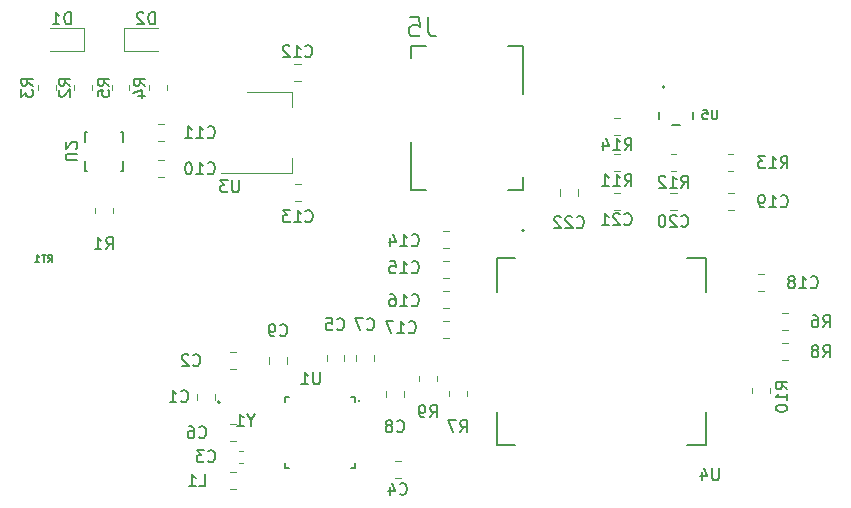
<source format=gbr>
%TF.GenerationSoftware,KiCad,Pcbnew,7.0.1*%
%TF.CreationDate,2023-11-14T16:04:30+01:00*%
%TF.ProjectId,Central_pcb,43656e74-7261-46c5-9f70-63622e6b6963,rev?*%
%TF.SameCoordinates,Original*%
%TF.FileFunction,Legend,Bot*%
%TF.FilePolarity,Positive*%
%FSLAX46Y46*%
G04 Gerber Fmt 4.6, Leading zero omitted, Abs format (unit mm)*
G04 Created by KiCad (PCBNEW 7.0.1) date 2023-11-14 16:04:30*
%MOMM*%
%LPD*%
G01*
G04 APERTURE LIST*
%ADD10C,0.150000*%
%ADD11C,0.120000*%
%ADD12C,0.200000*%
%ADD13C,0.127000*%
%ADD14C,0.152400*%
G04 APERTURE END LIST*
D10*
%TO.C,C19*%
X165488857Y-85203380D02*
X165536476Y-85251000D01*
X165536476Y-85251000D02*
X165679333Y-85298619D01*
X165679333Y-85298619D02*
X165774571Y-85298619D01*
X165774571Y-85298619D02*
X165917428Y-85251000D01*
X165917428Y-85251000D02*
X166012666Y-85155761D01*
X166012666Y-85155761D02*
X166060285Y-85060523D01*
X166060285Y-85060523D02*
X166107904Y-84870047D01*
X166107904Y-84870047D02*
X166107904Y-84727190D01*
X166107904Y-84727190D02*
X166060285Y-84536714D01*
X166060285Y-84536714D02*
X166012666Y-84441476D01*
X166012666Y-84441476D02*
X165917428Y-84346238D01*
X165917428Y-84346238D02*
X165774571Y-84298619D01*
X165774571Y-84298619D02*
X165679333Y-84298619D01*
X165679333Y-84298619D02*
X165536476Y-84346238D01*
X165536476Y-84346238D02*
X165488857Y-84393857D01*
X164536476Y-85298619D02*
X165107904Y-85298619D01*
X164822190Y-85298619D02*
X164822190Y-84298619D01*
X164822190Y-84298619D02*
X164917428Y-84441476D01*
X164917428Y-84441476D02*
X165012666Y-84536714D01*
X165012666Y-84536714D02*
X165107904Y-84584333D01*
X164060285Y-85298619D02*
X163869809Y-85298619D01*
X163869809Y-85298619D02*
X163774571Y-85251000D01*
X163774571Y-85251000D02*
X163726952Y-85203380D01*
X163726952Y-85203380D02*
X163631714Y-85060523D01*
X163631714Y-85060523D02*
X163584095Y-84870047D01*
X163584095Y-84870047D02*
X163584095Y-84489095D01*
X163584095Y-84489095D02*
X163631714Y-84393857D01*
X163631714Y-84393857D02*
X163679333Y-84346238D01*
X163679333Y-84346238D02*
X163774571Y-84298619D01*
X163774571Y-84298619D02*
X163965047Y-84298619D01*
X163965047Y-84298619D02*
X164060285Y-84346238D01*
X164060285Y-84346238D02*
X164107904Y-84393857D01*
X164107904Y-84393857D02*
X164155523Y-84489095D01*
X164155523Y-84489095D02*
X164155523Y-84727190D01*
X164155523Y-84727190D02*
X164107904Y-84822428D01*
X164107904Y-84822428D02*
X164060285Y-84870047D01*
X164060285Y-84870047D02*
X163965047Y-84917666D01*
X163965047Y-84917666D02*
X163774571Y-84917666D01*
X163774571Y-84917666D02*
X163679333Y-84870047D01*
X163679333Y-84870047D02*
X163631714Y-84822428D01*
X163631714Y-84822428D02*
X163584095Y-84727190D01*
%TO.C,R2*%
X105364619Y-75001333D02*
X104888428Y-74668000D01*
X105364619Y-74429905D02*
X104364619Y-74429905D01*
X104364619Y-74429905D02*
X104364619Y-74810857D01*
X104364619Y-74810857D02*
X104412238Y-74906095D01*
X104412238Y-74906095D02*
X104459857Y-74953714D01*
X104459857Y-74953714D02*
X104555095Y-75001333D01*
X104555095Y-75001333D02*
X104697952Y-75001333D01*
X104697952Y-75001333D02*
X104793190Y-74953714D01*
X104793190Y-74953714D02*
X104840809Y-74906095D01*
X104840809Y-74906095D02*
X104888428Y-74810857D01*
X104888428Y-74810857D02*
X104888428Y-74429905D01*
X104459857Y-75382286D02*
X104412238Y-75429905D01*
X104412238Y-75429905D02*
X104364619Y-75525143D01*
X104364619Y-75525143D02*
X104364619Y-75763238D01*
X104364619Y-75763238D02*
X104412238Y-75858476D01*
X104412238Y-75858476D02*
X104459857Y-75906095D01*
X104459857Y-75906095D02*
X104555095Y-75953714D01*
X104555095Y-75953714D02*
X104650333Y-75953714D01*
X104650333Y-75953714D02*
X104793190Y-75906095D01*
X104793190Y-75906095D02*
X105364619Y-75334667D01*
X105364619Y-75334667D02*
X105364619Y-75953714D01*
%TO.C,C14*%
X134246857Y-88505380D02*
X134294476Y-88553000D01*
X134294476Y-88553000D02*
X134437333Y-88600619D01*
X134437333Y-88600619D02*
X134532571Y-88600619D01*
X134532571Y-88600619D02*
X134675428Y-88553000D01*
X134675428Y-88553000D02*
X134770666Y-88457761D01*
X134770666Y-88457761D02*
X134818285Y-88362523D01*
X134818285Y-88362523D02*
X134865904Y-88172047D01*
X134865904Y-88172047D02*
X134865904Y-88029190D01*
X134865904Y-88029190D02*
X134818285Y-87838714D01*
X134818285Y-87838714D02*
X134770666Y-87743476D01*
X134770666Y-87743476D02*
X134675428Y-87648238D01*
X134675428Y-87648238D02*
X134532571Y-87600619D01*
X134532571Y-87600619D02*
X134437333Y-87600619D01*
X134437333Y-87600619D02*
X134294476Y-87648238D01*
X134294476Y-87648238D02*
X134246857Y-87695857D01*
X133294476Y-88600619D02*
X133865904Y-88600619D01*
X133580190Y-88600619D02*
X133580190Y-87600619D01*
X133580190Y-87600619D02*
X133675428Y-87743476D01*
X133675428Y-87743476D02*
X133770666Y-87838714D01*
X133770666Y-87838714D02*
X133865904Y-87886333D01*
X132437333Y-87933952D02*
X132437333Y-88600619D01*
X132675428Y-87553000D02*
X132913523Y-88267285D01*
X132913523Y-88267285D02*
X132294476Y-88267285D01*
%TO.C,L1*%
X116244666Y-108920619D02*
X116720856Y-108920619D01*
X116720856Y-108920619D02*
X116720856Y-107920619D01*
X115387523Y-108920619D02*
X115958951Y-108920619D01*
X115673237Y-108920619D02*
X115673237Y-107920619D01*
X115673237Y-107920619D02*
X115768475Y-108063476D01*
X115768475Y-108063476D02*
X115863713Y-108158714D01*
X115863713Y-108158714D02*
X115958951Y-108206333D01*
%TO.C,C6*%
X116244666Y-104761380D02*
X116292285Y-104809000D01*
X116292285Y-104809000D02*
X116435142Y-104856619D01*
X116435142Y-104856619D02*
X116530380Y-104856619D01*
X116530380Y-104856619D02*
X116673237Y-104809000D01*
X116673237Y-104809000D02*
X116768475Y-104713761D01*
X116768475Y-104713761D02*
X116816094Y-104618523D01*
X116816094Y-104618523D02*
X116863713Y-104428047D01*
X116863713Y-104428047D02*
X116863713Y-104285190D01*
X116863713Y-104285190D02*
X116816094Y-104094714D01*
X116816094Y-104094714D02*
X116768475Y-103999476D01*
X116768475Y-103999476D02*
X116673237Y-103904238D01*
X116673237Y-103904238D02*
X116530380Y-103856619D01*
X116530380Y-103856619D02*
X116435142Y-103856619D01*
X116435142Y-103856619D02*
X116292285Y-103904238D01*
X116292285Y-103904238D02*
X116244666Y-103951857D01*
X115387523Y-103856619D02*
X115577999Y-103856619D01*
X115577999Y-103856619D02*
X115673237Y-103904238D01*
X115673237Y-103904238D02*
X115720856Y-103951857D01*
X115720856Y-103951857D02*
X115816094Y-104094714D01*
X115816094Y-104094714D02*
X115863713Y-104285190D01*
X115863713Y-104285190D02*
X115863713Y-104666142D01*
X115863713Y-104666142D02*
X115816094Y-104761380D01*
X115816094Y-104761380D02*
X115768475Y-104809000D01*
X115768475Y-104809000D02*
X115673237Y-104856619D01*
X115673237Y-104856619D02*
X115482761Y-104856619D01*
X115482761Y-104856619D02*
X115387523Y-104809000D01*
X115387523Y-104809000D02*
X115339904Y-104761380D01*
X115339904Y-104761380D02*
X115292285Y-104666142D01*
X115292285Y-104666142D02*
X115292285Y-104428047D01*
X115292285Y-104428047D02*
X115339904Y-104332809D01*
X115339904Y-104332809D02*
X115387523Y-104285190D01*
X115387523Y-104285190D02*
X115482761Y-104237571D01*
X115482761Y-104237571D02*
X115673237Y-104237571D01*
X115673237Y-104237571D02*
X115768475Y-104285190D01*
X115768475Y-104285190D02*
X115816094Y-104332809D01*
X115816094Y-104332809D02*
X115863713Y-104428047D01*
%TO.C,C9*%
X123102666Y-96125380D02*
X123150285Y-96173000D01*
X123150285Y-96173000D02*
X123293142Y-96220619D01*
X123293142Y-96220619D02*
X123388380Y-96220619D01*
X123388380Y-96220619D02*
X123531237Y-96173000D01*
X123531237Y-96173000D02*
X123626475Y-96077761D01*
X123626475Y-96077761D02*
X123674094Y-95982523D01*
X123674094Y-95982523D02*
X123721713Y-95792047D01*
X123721713Y-95792047D02*
X123721713Y-95649190D01*
X123721713Y-95649190D02*
X123674094Y-95458714D01*
X123674094Y-95458714D02*
X123626475Y-95363476D01*
X123626475Y-95363476D02*
X123531237Y-95268238D01*
X123531237Y-95268238D02*
X123388380Y-95220619D01*
X123388380Y-95220619D02*
X123293142Y-95220619D01*
X123293142Y-95220619D02*
X123150285Y-95268238D01*
X123150285Y-95268238D02*
X123102666Y-95315857D01*
X122626475Y-96220619D02*
X122435999Y-96220619D01*
X122435999Y-96220619D02*
X122340761Y-96173000D01*
X122340761Y-96173000D02*
X122293142Y-96125380D01*
X122293142Y-96125380D02*
X122197904Y-95982523D01*
X122197904Y-95982523D02*
X122150285Y-95792047D01*
X122150285Y-95792047D02*
X122150285Y-95411095D01*
X122150285Y-95411095D02*
X122197904Y-95315857D01*
X122197904Y-95315857D02*
X122245523Y-95268238D01*
X122245523Y-95268238D02*
X122340761Y-95220619D01*
X122340761Y-95220619D02*
X122531237Y-95220619D01*
X122531237Y-95220619D02*
X122626475Y-95268238D01*
X122626475Y-95268238D02*
X122674094Y-95315857D01*
X122674094Y-95315857D02*
X122721713Y-95411095D01*
X122721713Y-95411095D02*
X122721713Y-95649190D01*
X122721713Y-95649190D02*
X122674094Y-95744428D01*
X122674094Y-95744428D02*
X122626475Y-95792047D01*
X122626475Y-95792047D02*
X122531237Y-95839666D01*
X122531237Y-95839666D02*
X122340761Y-95839666D01*
X122340761Y-95839666D02*
X122245523Y-95792047D01*
X122245523Y-95792047D02*
X122197904Y-95744428D01*
X122197904Y-95744428D02*
X122150285Y-95649190D01*
%TO.C,R9*%
X135802666Y-103078619D02*
X136135999Y-102602428D01*
X136374094Y-103078619D02*
X136374094Y-102078619D01*
X136374094Y-102078619D02*
X135993142Y-102078619D01*
X135993142Y-102078619D02*
X135897904Y-102126238D01*
X135897904Y-102126238D02*
X135850285Y-102173857D01*
X135850285Y-102173857D02*
X135802666Y-102269095D01*
X135802666Y-102269095D02*
X135802666Y-102411952D01*
X135802666Y-102411952D02*
X135850285Y-102507190D01*
X135850285Y-102507190D02*
X135897904Y-102554809D01*
X135897904Y-102554809D02*
X135993142Y-102602428D01*
X135993142Y-102602428D02*
X136374094Y-102602428D01*
X135326475Y-103078619D02*
X135135999Y-103078619D01*
X135135999Y-103078619D02*
X135040761Y-103031000D01*
X135040761Y-103031000D02*
X134993142Y-102983380D01*
X134993142Y-102983380D02*
X134897904Y-102840523D01*
X134897904Y-102840523D02*
X134850285Y-102650047D01*
X134850285Y-102650047D02*
X134850285Y-102269095D01*
X134850285Y-102269095D02*
X134897904Y-102173857D01*
X134897904Y-102173857D02*
X134945523Y-102126238D01*
X134945523Y-102126238D02*
X135040761Y-102078619D01*
X135040761Y-102078619D02*
X135231237Y-102078619D01*
X135231237Y-102078619D02*
X135326475Y-102126238D01*
X135326475Y-102126238D02*
X135374094Y-102173857D01*
X135374094Y-102173857D02*
X135421713Y-102269095D01*
X135421713Y-102269095D02*
X135421713Y-102507190D01*
X135421713Y-102507190D02*
X135374094Y-102602428D01*
X135374094Y-102602428D02*
X135326475Y-102650047D01*
X135326475Y-102650047D02*
X135231237Y-102697666D01*
X135231237Y-102697666D02*
X135040761Y-102697666D01*
X135040761Y-102697666D02*
X134945523Y-102650047D01*
X134945523Y-102650047D02*
X134897904Y-102602428D01*
X134897904Y-102602428D02*
X134850285Y-102507190D01*
%TO.C,Y1*%
X120653238Y-103346428D02*
X120653238Y-103822619D01*
X120986571Y-102822619D02*
X120653238Y-103346428D01*
X120653238Y-103346428D02*
X120319905Y-102822619D01*
X119462762Y-103822619D02*
X120034190Y-103822619D01*
X119748476Y-103822619D02*
X119748476Y-102822619D01*
X119748476Y-102822619D02*
X119843714Y-102965476D01*
X119843714Y-102965476D02*
X119938952Y-103060714D01*
X119938952Y-103060714D02*
X120034190Y-103108333D01*
%TO.C,U1*%
X126493020Y-99283831D02*
X126493020Y-100094541D01*
X126493020Y-100094541D02*
X126445332Y-100189919D01*
X126445332Y-100189919D02*
X126397643Y-100237608D01*
X126397643Y-100237608D02*
X126302265Y-100285296D01*
X126302265Y-100285296D02*
X126111510Y-100285296D01*
X126111510Y-100285296D02*
X126016132Y-100237608D01*
X126016132Y-100237608D02*
X125968444Y-100189919D01*
X125968444Y-100189919D02*
X125920755Y-100094541D01*
X125920755Y-100094541D02*
X125920755Y-99283831D01*
X124919290Y-100285296D02*
X125491555Y-100285296D01*
X125205422Y-100285296D02*
X125205422Y-99283831D01*
X125205422Y-99283831D02*
X125300800Y-99426898D01*
X125300800Y-99426898D02*
X125396178Y-99522275D01*
X125396178Y-99522275D02*
X125491555Y-99569964D01*
%TO.C,C2*%
X115736666Y-98665380D02*
X115784285Y-98713000D01*
X115784285Y-98713000D02*
X115927142Y-98760619D01*
X115927142Y-98760619D02*
X116022380Y-98760619D01*
X116022380Y-98760619D02*
X116165237Y-98713000D01*
X116165237Y-98713000D02*
X116260475Y-98617761D01*
X116260475Y-98617761D02*
X116308094Y-98522523D01*
X116308094Y-98522523D02*
X116355713Y-98332047D01*
X116355713Y-98332047D02*
X116355713Y-98189190D01*
X116355713Y-98189190D02*
X116308094Y-97998714D01*
X116308094Y-97998714D02*
X116260475Y-97903476D01*
X116260475Y-97903476D02*
X116165237Y-97808238D01*
X116165237Y-97808238D02*
X116022380Y-97760619D01*
X116022380Y-97760619D02*
X115927142Y-97760619D01*
X115927142Y-97760619D02*
X115784285Y-97808238D01*
X115784285Y-97808238D02*
X115736666Y-97855857D01*
X115355713Y-97855857D02*
X115308094Y-97808238D01*
X115308094Y-97808238D02*
X115212856Y-97760619D01*
X115212856Y-97760619D02*
X114974761Y-97760619D01*
X114974761Y-97760619D02*
X114879523Y-97808238D01*
X114879523Y-97808238D02*
X114831904Y-97855857D01*
X114831904Y-97855857D02*
X114784285Y-97951095D01*
X114784285Y-97951095D02*
X114784285Y-98046333D01*
X114784285Y-98046333D02*
X114831904Y-98189190D01*
X114831904Y-98189190D02*
X115403332Y-98760619D01*
X115403332Y-98760619D02*
X114784285Y-98760619D01*
%TO.C,R5*%
X108666619Y-75017333D02*
X108190428Y-74684000D01*
X108666619Y-74445905D02*
X107666619Y-74445905D01*
X107666619Y-74445905D02*
X107666619Y-74826857D01*
X107666619Y-74826857D02*
X107714238Y-74922095D01*
X107714238Y-74922095D02*
X107761857Y-74969714D01*
X107761857Y-74969714D02*
X107857095Y-75017333D01*
X107857095Y-75017333D02*
X107999952Y-75017333D01*
X107999952Y-75017333D02*
X108095190Y-74969714D01*
X108095190Y-74969714D02*
X108142809Y-74922095D01*
X108142809Y-74922095D02*
X108190428Y-74826857D01*
X108190428Y-74826857D02*
X108190428Y-74445905D01*
X107666619Y-75922095D02*
X107666619Y-75445905D01*
X107666619Y-75445905D02*
X108142809Y-75398286D01*
X108142809Y-75398286D02*
X108095190Y-75445905D01*
X108095190Y-75445905D02*
X108047571Y-75541143D01*
X108047571Y-75541143D02*
X108047571Y-75779238D01*
X108047571Y-75779238D02*
X108095190Y-75874476D01*
X108095190Y-75874476D02*
X108142809Y-75922095D01*
X108142809Y-75922095D02*
X108238047Y-75969714D01*
X108238047Y-75969714D02*
X108476142Y-75969714D01*
X108476142Y-75969714D02*
X108571380Y-75922095D01*
X108571380Y-75922095D02*
X108619000Y-75874476D01*
X108619000Y-75874476D02*
X108666619Y-75779238D01*
X108666619Y-75779238D02*
X108666619Y-75541143D01*
X108666619Y-75541143D02*
X108619000Y-75445905D01*
X108619000Y-75445905D02*
X108571380Y-75398286D01*
%TO.C,C10*%
X116974857Y-82409380D02*
X117022476Y-82457000D01*
X117022476Y-82457000D02*
X117165333Y-82504619D01*
X117165333Y-82504619D02*
X117260571Y-82504619D01*
X117260571Y-82504619D02*
X117403428Y-82457000D01*
X117403428Y-82457000D02*
X117498666Y-82361761D01*
X117498666Y-82361761D02*
X117546285Y-82266523D01*
X117546285Y-82266523D02*
X117593904Y-82076047D01*
X117593904Y-82076047D02*
X117593904Y-81933190D01*
X117593904Y-81933190D02*
X117546285Y-81742714D01*
X117546285Y-81742714D02*
X117498666Y-81647476D01*
X117498666Y-81647476D02*
X117403428Y-81552238D01*
X117403428Y-81552238D02*
X117260571Y-81504619D01*
X117260571Y-81504619D02*
X117165333Y-81504619D01*
X117165333Y-81504619D02*
X117022476Y-81552238D01*
X117022476Y-81552238D02*
X116974857Y-81599857D01*
X116022476Y-82504619D02*
X116593904Y-82504619D01*
X116308190Y-82504619D02*
X116308190Y-81504619D01*
X116308190Y-81504619D02*
X116403428Y-81647476D01*
X116403428Y-81647476D02*
X116498666Y-81742714D01*
X116498666Y-81742714D02*
X116593904Y-81790333D01*
X115403428Y-81504619D02*
X115308190Y-81504619D01*
X115308190Y-81504619D02*
X115212952Y-81552238D01*
X115212952Y-81552238D02*
X115165333Y-81599857D01*
X115165333Y-81599857D02*
X115117714Y-81695095D01*
X115117714Y-81695095D02*
X115070095Y-81885571D01*
X115070095Y-81885571D02*
X115070095Y-82123666D01*
X115070095Y-82123666D02*
X115117714Y-82314142D01*
X115117714Y-82314142D02*
X115165333Y-82409380D01*
X115165333Y-82409380D02*
X115212952Y-82457000D01*
X115212952Y-82457000D02*
X115308190Y-82504619D01*
X115308190Y-82504619D02*
X115403428Y-82504619D01*
X115403428Y-82504619D02*
X115498666Y-82457000D01*
X115498666Y-82457000D02*
X115546285Y-82409380D01*
X115546285Y-82409380D02*
X115593904Y-82314142D01*
X115593904Y-82314142D02*
X115641523Y-82123666D01*
X115641523Y-82123666D02*
X115641523Y-81885571D01*
X115641523Y-81885571D02*
X115593904Y-81695095D01*
X115593904Y-81695095D02*
X115546285Y-81599857D01*
X115546285Y-81599857D02*
X115498666Y-81552238D01*
X115498666Y-81552238D02*
X115403428Y-81504619D01*
%TO.C,C4*%
X133241166Y-109575380D02*
X133288785Y-109623000D01*
X133288785Y-109623000D02*
X133431642Y-109670619D01*
X133431642Y-109670619D02*
X133526880Y-109670619D01*
X133526880Y-109670619D02*
X133669737Y-109623000D01*
X133669737Y-109623000D02*
X133764975Y-109527761D01*
X133764975Y-109527761D02*
X133812594Y-109432523D01*
X133812594Y-109432523D02*
X133860213Y-109242047D01*
X133860213Y-109242047D02*
X133860213Y-109099190D01*
X133860213Y-109099190D02*
X133812594Y-108908714D01*
X133812594Y-108908714D02*
X133764975Y-108813476D01*
X133764975Y-108813476D02*
X133669737Y-108718238D01*
X133669737Y-108718238D02*
X133526880Y-108670619D01*
X133526880Y-108670619D02*
X133431642Y-108670619D01*
X133431642Y-108670619D02*
X133288785Y-108718238D01*
X133288785Y-108718238D02*
X133241166Y-108765857D01*
X132384023Y-109003952D02*
X132384023Y-109670619D01*
X132622118Y-108623000D02*
X132860213Y-109337285D01*
X132860213Y-109337285D02*
X132241166Y-109337285D01*
%TO.C,C21*%
X152259357Y-86727380D02*
X152306976Y-86775000D01*
X152306976Y-86775000D02*
X152449833Y-86822619D01*
X152449833Y-86822619D02*
X152545071Y-86822619D01*
X152545071Y-86822619D02*
X152687928Y-86775000D01*
X152687928Y-86775000D02*
X152783166Y-86679761D01*
X152783166Y-86679761D02*
X152830785Y-86584523D01*
X152830785Y-86584523D02*
X152878404Y-86394047D01*
X152878404Y-86394047D02*
X152878404Y-86251190D01*
X152878404Y-86251190D02*
X152830785Y-86060714D01*
X152830785Y-86060714D02*
X152783166Y-85965476D01*
X152783166Y-85965476D02*
X152687928Y-85870238D01*
X152687928Y-85870238D02*
X152545071Y-85822619D01*
X152545071Y-85822619D02*
X152449833Y-85822619D01*
X152449833Y-85822619D02*
X152306976Y-85870238D01*
X152306976Y-85870238D02*
X152259357Y-85917857D01*
X151878404Y-85917857D02*
X151830785Y-85870238D01*
X151830785Y-85870238D02*
X151735547Y-85822619D01*
X151735547Y-85822619D02*
X151497452Y-85822619D01*
X151497452Y-85822619D02*
X151402214Y-85870238D01*
X151402214Y-85870238D02*
X151354595Y-85917857D01*
X151354595Y-85917857D02*
X151306976Y-86013095D01*
X151306976Y-86013095D02*
X151306976Y-86108333D01*
X151306976Y-86108333D02*
X151354595Y-86251190D01*
X151354595Y-86251190D02*
X151926023Y-86822619D01*
X151926023Y-86822619D02*
X151306976Y-86822619D01*
X150354595Y-86822619D02*
X150926023Y-86822619D01*
X150640309Y-86822619D02*
X150640309Y-85822619D01*
X150640309Y-85822619D02*
X150735547Y-85965476D01*
X150735547Y-85965476D02*
X150830785Y-86060714D01*
X150830785Y-86060714D02*
X150926023Y-86108333D01*
%TO.C,U5*%
X160121523Y-77046095D02*
X160121523Y-77693714D01*
X160121523Y-77693714D02*
X160083428Y-77769904D01*
X160083428Y-77769904D02*
X160045333Y-77808000D01*
X160045333Y-77808000D02*
X159969142Y-77846095D01*
X159969142Y-77846095D02*
X159816761Y-77846095D01*
X159816761Y-77846095D02*
X159740571Y-77808000D01*
X159740571Y-77808000D02*
X159702476Y-77769904D01*
X159702476Y-77769904D02*
X159664380Y-77693714D01*
X159664380Y-77693714D02*
X159664380Y-77046095D01*
X158902476Y-77046095D02*
X159283428Y-77046095D01*
X159283428Y-77046095D02*
X159321524Y-77427047D01*
X159321524Y-77427047D02*
X159283428Y-77388952D01*
X159283428Y-77388952D02*
X159207238Y-77350857D01*
X159207238Y-77350857D02*
X159016762Y-77350857D01*
X159016762Y-77350857D02*
X158940571Y-77388952D01*
X158940571Y-77388952D02*
X158902476Y-77427047D01*
X158902476Y-77427047D02*
X158864381Y-77503238D01*
X158864381Y-77503238D02*
X158864381Y-77693714D01*
X158864381Y-77693714D02*
X158902476Y-77769904D01*
X158902476Y-77769904D02*
X158940571Y-77808000D01*
X158940571Y-77808000D02*
X159016762Y-77846095D01*
X159016762Y-77846095D02*
X159207238Y-77846095D01*
X159207238Y-77846095D02*
X159283428Y-77808000D01*
X159283428Y-77808000D02*
X159321524Y-77769904D01*
%TO.C,R4*%
X111714619Y-75017333D02*
X111238428Y-74684000D01*
X111714619Y-74445905D02*
X110714619Y-74445905D01*
X110714619Y-74445905D02*
X110714619Y-74826857D01*
X110714619Y-74826857D02*
X110762238Y-74922095D01*
X110762238Y-74922095D02*
X110809857Y-74969714D01*
X110809857Y-74969714D02*
X110905095Y-75017333D01*
X110905095Y-75017333D02*
X111047952Y-75017333D01*
X111047952Y-75017333D02*
X111143190Y-74969714D01*
X111143190Y-74969714D02*
X111190809Y-74922095D01*
X111190809Y-74922095D02*
X111238428Y-74826857D01*
X111238428Y-74826857D02*
X111238428Y-74445905D01*
X111047952Y-75874476D02*
X111714619Y-75874476D01*
X110667000Y-75636381D02*
X111381285Y-75398286D01*
X111381285Y-75398286D02*
X111381285Y-76017333D01*
%TO.C,J5*%
X135662309Y-69242616D02*
X135662309Y-70387566D01*
X135662309Y-70387566D02*
X135738639Y-70616556D01*
X135738639Y-70616556D02*
X135891299Y-70769216D01*
X135891299Y-70769216D02*
X136120289Y-70845545D01*
X136120289Y-70845545D02*
X136272949Y-70845545D01*
X134135710Y-69242616D02*
X134899010Y-69242616D01*
X134899010Y-69242616D02*
X134975340Y-70005916D01*
X134975340Y-70005916D02*
X134899010Y-69929586D01*
X134899010Y-69929586D02*
X134746350Y-69853256D01*
X134746350Y-69853256D02*
X134364700Y-69853256D01*
X134364700Y-69853256D02*
X134212040Y-69929586D01*
X134212040Y-69929586D02*
X134135710Y-70005916D01*
X134135710Y-70005916D02*
X134059380Y-70158576D01*
X134059380Y-70158576D02*
X134059380Y-70540226D01*
X134059380Y-70540226D02*
X134135710Y-70692886D01*
X134135710Y-70692886D02*
X134212040Y-70769216D01*
X134212040Y-70769216D02*
X134364700Y-70845545D01*
X134364700Y-70845545D02*
X134746350Y-70845545D01*
X134746350Y-70845545D02*
X134899010Y-70769216D01*
X134899010Y-70769216D02*
X134975340Y-70692886D01*
%TO.C,C12*%
X125233357Y-72503380D02*
X125280976Y-72551000D01*
X125280976Y-72551000D02*
X125423833Y-72598619D01*
X125423833Y-72598619D02*
X125519071Y-72598619D01*
X125519071Y-72598619D02*
X125661928Y-72551000D01*
X125661928Y-72551000D02*
X125757166Y-72455761D01*
X125757166Y-72455761D02*
X125804785Y-72360523D01*
X125804785Y-72360523D02*
X125852404Y-72170047D01*
X125852404Y-72170047D02*
X125852404Y-72027190D01*
X125852404Y-72027190D02*
X125804785Y-71836714D01*
X125804785Y-71836714D02*
X125757166Y-71741476D01*
X125757166Y-71741476D02*
X125661928Y-71646238D01*
X125661928Y-71646238D02*
X125519071Y-71598619D01*
X125519071Y-71598619D02*
X125423833Y-71598619D01*
X125423833Y-71598619D02*
X125280976Y-71646238D01*
X125280976Y-71646238D02*
X125233357Y-71693857D01*
X124280976Y-72598619D02*
X124852404Y-72598619D01*
X124566690Y-72598619D02*
X124566690Y-71598619D01*
X124566690Y-71598619D02*
X124661928Y-71741476D01*
X124661928Y-71741476D02*
X124757166Y-71836714D01*
X124757166Y-71836714D02*
X124852404Y-71884333D01*
X123900023Y-71693857D02*
X123852404Y-71646238D01*
X123852404Y-71646238D02*
X123757166Y-71598619D01*
X123757166Y-71598619D02*
X123519071Y-71598619D01*
X123519071Y-71598619D02*
X123423833Y-71646238D01*
X123423833Y-71646238D02*
X123376214Y-71693857D01*
X123376214Y-71693857D02*
X123328595Y-71789095D01*
X123328595Y-71789095D02*
X123328595Y-71884333D01*
X123328595Y-71884333D02*
X123376214Y-72027190D01*
X123376214Y-72027190D02*
X123947642Y-72598619D01*
X123947642Y-72598619D02*
X123328595Y-72598619D01*
%TO.C,C16*%
X134246857Y-93585380D02*
X134294476Y-93633000D01*
X134294476Y-93633000D02*
X134437333Y-93680619D01*
X134437333Y-93680619D02*
X134532571Y-93680619D01*
X134532571Y-93680619D02*
X134675428Y-93633000D01*
X134675428Y-93633000D02*
X134770666Y-93537761D01*
X134770666Y-93537761D02*
X134818285Y-93442523D01*
X134818285Y-93442523D02*
X134865904Y-93252047D01*
X134865904Y-93252047D02*
X134865904Y-93109190D01*
X134865904Y-93109190D02*
X134818285Y-92918714D01*
X134818285Y-92918714D02*
X134770666Y-92823476D01*
X134770666Y-92823476D02*
X134675428Y-92728238D01*
X134675428Y-92728238D02*
X134532571Y-92680619D01*
X134532571Y-92680619D02*
X134437333Y-92680619D01*
X134437333Y-92680619D02*
X134294476Y-92728238D01*
X134294476Y-92728238D02*
X134246857Y-92775857D01*
X133294476Y-93680619D02*
X133865904Y-93680619D01*
X133580190Y-93680619D02*
X133580190Y-92680619D01*
X133580190Y-92680619D02*
X133675428Y-92823476D01*
X133675428Y-92823476D02*
X133770666Y-92918714D01*
X133770666Y-92918714D02*
X133865904Y-92966333D01*
X132437333Y-92680619D02*
X132627809Y-92680619D01*
X132627809Y-92680619D02*
X132723047Y-92728238D01*
X132723047Y-92728238D02*
X132770666Y-92775857D01*
X132770666Y-92775857D02*
X132865904Y-92918714D01*
X132865904Y-92918714D02*
X132913523Y-93109190D01*
X132913523Y-93109190D02*
X132913523Y-93490142D01*
X132913523Y-93490142D02*
X132865904Y-93585380D01*
X132865904Y-93585380D02*
X132818285Y-93633000D01*
X132818285Y-93633000D02*
X132723047Y-93680619D01*
X132723047Y-93680619D02*
X132532571Y-93680619D01*
X132532571Y-93680619D02*
X132437333Y-93633000D01*
X132437333Y-93633000D02*
X132389714Y-93585380D01*
X132389714Y-93585380D02*
X132342095Y-93490142D01*
X132342095Y-93490142D02*
X132342095Y-93252047D01*
X132342095Y-93252047D02*
X132389714Y-93156809D01*
X132389714Y-93156809D02*
X132437333Y-93109190D01*
X132437333Y-93109190D02*
X132532571Y-93061571D01*
X132532571Y-93061571D02*
X132723047Y-93061571D01*
X132723047Y-93061571D02*
X132818285Y-93109190D01*
X132818285Y-93109190D02*
X132865904Y-93156809D01*
X132865904Y-93156809D02*
X132913523Y-93252047D01*
%TO.C,C8*%
X133008666Y-104253380D02*
X133056285Y-104301000D01*
X133056285Y-104301000D02*
X133199142Y-104348619D01*
X133199142Y-104348619D02*
X133294380Y-104348619D01*
X133294380Y-104348619D02*
X133437237Y-104301000D01*
X133437237Y-104301000D02*
X133532475Y-104205761D01*
X133532475Y-104205761D02*
X133580094Y-104110523D01*
X133580094Y-104110523D02*
X133627713Y-103920047D01*
X133627713Y-103920047D02*
X133627713Y-103777190D01*
X133627713Y-103777190D02*
X133580094Y-103586714D01*
X133580094Y-103586714D02*
X133532475Y-103491476D01*
X133532475Y-103491476D02*
X133437237Y-103396238D01*
X133437237Y-103396238D02*
X133294380Y-103348619D01*
X133294380Y-103348619D02*
X133199142Y-103348619D01*
X133199142Y-103348619D02*
X133056285Y-103396238D01*
X133056285Y-103396238D02*
X133008666Y-103443857D01*
X132437237Y-103777190D02*
X132532475Y-103729571D01*
X132532475Y-103729571D02*
X132580094Y-103681952D01*
X132580094Y-103681952D02*
X132627713Y-103586714D01*
X132627713Y-103586714D02*
X132627713Y-103539095D01*
X132627713Y-103539095D02*
X132580094Y-103443857D01*
X132580094Y-103443857D02*
X132532475Y-103396238D01*
X132532475Y-103396238D02*
X132437237Y-103348619D01*
X132437237Y-103348619D02*
X132246761Y-103348619D01*
X132246761Y-103348619D02*
X132151523Y-103396238D01*
X132151523Y-103396238D02*
X132103904Y-103443857D01*
X132103904Y-103443857D02*
X132056285Y-103539095D01*
X132056285Y-103539095D02*
X132056285Y-103586714D01*
X132056285Y-103586714D02*
X132103904Y-103681952D01*
X132103904Y-103681952D02*
X132151523Y-103729571D01*
X132151523Y-103729571D02*
X132246761Y-103777190D01*
X132246761Y-103777190D02*
X132437237Y-103777190D01*
X132437237Y-103777190D02*
X132532475Y-103824809D01*
X132532475Y-103824809D02*
X132580094Y-103872428D01*
X132580094Y-103872428D02*
X132627713Y-103967666D01*
X132627713Y-103967666D02*
X132627713Y-104158142D01*
X132627713Y-104158142D02*
X132580094Y-104253380D01*
X132580094Y-104253380D02*
X132532475Y-104301000D01*
X132532475Y-104301000D02*
X132437237Y-104348619D01*
X132437237Y-104348619D02*
X132246761Y-104348619D01*
X132246761Y-104348619D02*
X132151523Y-104301000D01*
X132151523Y-104301000D02*
X132103904Y-104253380D01*
X132103904Y-104253380D02*
X132056285Y-104158142D01*
X132056285Y-104158142D02*
X132056285Y-103967666D01*
X132056285Y-103967666D02*
X132103904Y-103872428D01*
X132103904Y-103872428D02*
X132151523Y-103824809D01*
X132151523Y-103824809D02*
X132246761Y-103777190D01*
%TO.C,C11*%
X116974857Y-79361380D02*
X117022476Y-79409000D01*
X117022476Y-79409000D02*
X117165333Y-79456619D01*
X117165333Y-79456619D02*
X117260571Y-79456619D01*
X117260571Y-79456619D02*
X117403428Y-79409000D01*
X117403428Y-79409000D02*
X117498666Y-79313761D01*
X117498666Y-79313761D02*
X117546285Y-79218523D01*
X117546285Y-79218523D02*
X117593904Y-79028047D01*
X117593904Y-79028047D02*
X117593904Y-78885190D01*
X117593904Y-78885190D02*
X117546285Y-78694714D01*
X117546285Y-78694714D02*
X117498666Y-78599476D01*
X117498666Y-78599476D02*
X117403428Y-78504238D01*
X117403428Y-78504238D02*
X117260571Y-78456619D01*
X117260571Y-78456619D02*
X117165333Y-78456619D01*
X117165333Y-78456619D02*
X117022476Y-78504238D01*
X117022476Y-78504238D02*
X116974857Y-78551857D01*
X116022476Y-79456619D02*
X116593904Y-79456619D01*
X116308190Y-79456619D02*
X116308190Y-78456619D01*
X116308190Y-78456619D02*
X116403428Y-78599476D01*
X116403428Y-78599476D02*
X116498666Y-78694714D01*
X116498666Y-78694714D02*
X116593904Y-78742333D01*
X115070095Y-79456619D02*
X115641523Y-79456619D01*
X115355809Y-79456619D02*
X115355809Y-78456619D01*
X115355809Y-78456619D02*
X115451047Y-78599476D01*
X115451047Y-78599476D02*
X115546285Y-78694714D01*
X115546285Y-78694714D02*
X115641523Y-78742333D01*
%TO.C,C1*%
X114720666Y-101713380D02*
X114768285Y-101761000D01*
X114768285Y-101761000D02*
X114911142Y-101808619D01*
X114911142Y-101808619D02*
X115006380Y-101808619D01*
X115006380Y-101808619D02*
X115149237Y-101761000D01*
X115149237Y-101761000D02*
X115244475Y-101665761D01*
X115244475Y-101665761D02*
X115292094Y-101570523D01*
X115292094Y-101570523D02*
X115339713Y-101380047D01*
X115339713Y-101380047D02*
X115339713Y-101237190D01*
X115339713Y-101237190D02*
X115292094Y-101046714D01*
X115292094Y-101046714D02*
X115244475Y-100951476D01*
X115244475Y-100951476D02*
X115149237Y-100856238D01*
X115149237Y-100856238D02*
X115006380Y-100808619D01*
X115006380Y-100808619D02*
X114911142Y-100808619D01*
X114911142Y-100808619D02*
X114768285Y-100856238D01*
X114768285Y-100856238D02*
X114720666Y-100903857D01*
X113768285Y-101808619D02*
X114339713Y-101808619D01*
X114053999Y-101808619D02*
X114053999Y-100808619D01*
X114053999Y-100808619D02*
X114149237Y-100951476D01*
X114149237Y-100951476D02*
X114244475Y-101046714D01*
X114244475Y-101046714D02*
X114339713Y-101094333D01*
%TO.C,R1*%
X108370666Y-88854619D02*
X108703999Y-88378428D01*
X108942094Y-88854619D02*
X108942094Y-87854619D01*
X108942094Y-87854619D02*
X108561142Y-87854619D01*
X108561142Y-87854619D02*
X108465904Y-87902238D01*
X108465904Y-87902238D02*
X108418285Y-87949857D01*
X108418285Y-87949857D02*
X108370666Y-88045095D01*
X108370666Y-88045095D02*
X108370666Y-88187952D01*
X108370666Y-88187952D02*
X108418285Y-88283190D01*
X108418285Y-88283190D02*
X108465904Y-88330809D01*
X108465904Y-88330809D02*
X108561142Y-88378428D01*
X108561142Y-88378428D02*
X108942094Y-88378428D01*
X107418285Y-88854619D02*
X107989713Y-88854619D01*
X107703999Y-88854619D02*
X107703999Y-87854619D01*
X107703999Y-87854619D02*
X107799237Y-87997476D01*
X107799237Y-87997476D02*
X107894475Y-88092714D01*
X107894475Y-88092714D02*
X107989713Y-88140333D01*
%TO.C,R6*%
X169076666Y-95458619D02*
X169409999Y-94982428D01*
X169648094Y-95458619D02*
X169648094Y-94458619D01*
X169648094Y-94458619D02*
X169267142Y-94458619D01*
X169267142Y-94458619D02*
X169171904Y-94506238D01*
X169171904Y-94506238D02*
X169124285Y-94553857D01*
X169124285Y-94553857D02*
X169076666Y-94649095D01*
X169076666Y-94649095D02*
X169076666Y-94791952D01*
X169076666Y-94791952D02*
X169124285Y-94887190D01*
X169124285Y-94887190D02*
X169171904Y-94934809D01*
X169171904Y-94934809D02*
X169267142Y-94982428D01*
X169267142Y-94982428D02*
X169648094Y-94982428D01*
X168219523Y-94458619D02*
X168409999Y-94458619D01*
X168409999Y-94458619D02*
X168505237Y-94506238D01*
X168505237Y-94506238D02*
X168552856Y-94553857D01*
X168552856Y-94553857D02*
X168648094Y-94696714D01*
X168648094Y-94696714D02*
X168695713Y-94887190D01*
X168695713Y-94887190D02*
X168695713Y-95268142D01*
X168695713Y-95268142D02*
X168648094Y-95363380D01*
X168648094Y-95363380D02*
X168600475Y-95411000D01*
X168600475Y-95411000D02*
X168505237Y-95458619D01*
X168505237Y-95458619D02*
X168314761Y-95458619D01*
X168314761Y-95458619D02*
X168219523Y-95411000D01*
X168219523Y-95411000D02*
X168171904Y-95363380D01*
X168171904Y-95363380D02*
X168124285Y-95268142D01*
X168124285Y-95268142D02*
X168124285Y-95030047D01*
X168124285Y-95030047D02*
X168171904Y-94934809D01*
X168171904Y-94934809D02*
X168219523Y-94887190D01*
X168219523Y-94887190D02*
X168314761Y-94839571D01*
X168314761Y-94839571D02*
X168505237Y-94839571D01*
X168505237Y-94839571D02*
X168600475Y-94887190D01*
X168600475Y-94887190D02*
X168648094Y-94934809D01*
X168648094Y-94934809D02*
X168695713Y-95030047D01*
%TO.C,R13*%
X165488857Y-81996619D02*
X165822190Y-81520428D01*
X166060285Y-81996619D02*
X166060285Y-80996619D01*
X166060285Y-80996619D02*
X165679333Y-80996619D01*
X165679333Y-80996619D02*
X165584095Y-81044238D01*
X165584095Y-81044238D02*
X165536476Y-81091857D01*
X165536476Y-81091857D02*
X165488857Y-81187095D01*
X165488857Y-81187095D02*
X165488857Y-81329952D01*
X165488857Y-81329952D02*
X165536476Y-81425190D01*
X165536476Y-81425190D02*
X165584095Y-81472809D01*
X165584095Y-81472809D02*
X165679333Y-81520428D01*
X165679333Y-81520428D02*
X166060285Y-81520428D01*
X164536476Y-81996619D02*
X165107904Y-81996619D01*
X164822190Y-81996619D02*
X164822190Y-80996619D01*
X164822190Y-80996619D02*
X164917428Y-81139476D01*
X164917428Y-81139476D02*
X165012666Y-81234714D01*
X165012666Y-81234714D02*
X165107904Y-81282333D01*
X164203142Y-80996619D02*
X163584095Y-80996619D01*
X163584095Y-80996619D02*
X163917428Y-81377571D01*
X163917428Y-81377571D02*
X163774571Y-81377571D01*
X163774571Y-81377571D02*
X163679333Y-81425190D01*
X163679333Y-81425190D02*
X163631714Y-81472809D01*
X163631714Y-81472809D02*
X163584095Y-81568047D01*
X163584095Y-81568047D02*
X163584095Y-81806142D01*
X163584095Y-81806142D02*
X163631714Y-81901380D01*
X163631714Y-81901380D02*
X163679333Y-81949000D01*
X163679333Y-81949000D02*
X163774571Y-81996619D01*
X163774571Y-81996619D02*
X164060285Y-81996619D01*
X164060285Y-81996619D02*
X164155523Y-81949000D01*
X164155523Y-81949000D02*
X164203142Y-81901380D01*
%TO.C,R8*%
X169076666Y-97998619D02*
X169409999Y-97522428D01*
X169648094Y-97998619D02*
X169648094Y-96998619D01*
X169648094Y-96998619D02*
X169267142Y-96998619D01*
X169267142Y-96998619D02*
X169171904Y-97046238D01*
X169171904Y-97046238D02*
X169124285Y-97093857D01*
X169124285Y-97093857D02*
X169076666Y-97189095D01*
X169076666Y-97189095D02*
X169076666Y-97331952D01*
X169076666Y-97331952D02*
X169124285Y-97427190D01*
X169124285Y-97427190D02*
X169171904Y-97474809D01*
X169171904Y-97474809D02*
X169267142Y-97522428D01*
X169267142Y-97522428D02*
X169648094Y-97522428D01*
X168505237Y-97427190D02*
X168600475Y-97379571D01*
X168600475Y-97379571D02*
X168648094Y-97331952D01*
X168648094Y-97331952D02*
X168695713Y-97236714D01*
X168695713Y-97236714D02*
X168695713Y-97189095D01*
X168695713Y-97189095D02*
X168648094Y-97093857D01*
X168648094Y-97093857D02*
X168600475Y-97046238D01*
X168600475Y-97046238D02*
X168505237Y-96998619D01*
X168505237Y-96998619D02*
X168314761Y-96998619D01*
X168314761Y-96998619D02*
X168219523Y-97046238D01*
X168219523Y-97046238D02*
X168171904Y-97093857D01*
X168171904Y-97093857D02*
X168124285Y-97189095D01*
X168124285Y-97189095D02*
X168124285Y-97236714D01*
X168124285Y-97236714D02*
X168171904Y-97331952D01*
X168171904Y-97331952D02*
X168219523Y-97379571D01*
X168219523Y-97379571D02*
X168314761Y-97427190D01*
X168314761Y-97427190D02*
X168505237Y-97427190D01*
X168505237Y-97427190D02*
X168600475Y-97474809D01*
X168600475Y-97474809D02*
X168648094Y-97522428D01*
X168648094Y-97522428D02*
X168695713Y-97617666D01*
X168695713Y-97617666D02*
X168695713Y-97808142D01*
X168695713Y-97808142D02*
X168648094Y-97903380D01*
X168648094Y-97903380D02*
X168600475Y-97951000D01*
X168600475Y-97951000D02*
X168505237Y-97998619D01*
X168505237Y-97998619D02*
X168314761Y-97998619D01*
X168314761Y-97998619D02*
X168219523Y-97951000D01*
X168219523Y-97951000D02*
X168171904Y-97903380D01*
X168171904Y-97903380D02*
X168124285Y-97808142D01*
X168124285Y-97808142D02*
X168124285Y-97617666D01*
X168124285Y-97617666D02*
X168171904Y-97522428D01*
X168171904Y-97522428D02*
X168219523Y-97474809D01*
X168219523Y-97474809D02*
X168314761Y-97427190D01*
%TO.C,R12*%
X157069657Y-83646619D02*
X157402990Y-83170428D01*
X157641085Y-83646619D02*
X157641085Y-82646619D01*
X157641085Y-82646619D02*
X157260133Y-82646619D01*
X157260133Y-82646619D02*
X157164895Y-82694238D01*
X157164895Y-82694238D02*
X157117276Y-82741857D01*
X157117276Y-82741857D02*
X157069657Y-82837095D01*
X157069657Y-82837095D02*
X157069657Y-82979952D01*
X157069657Y-82979952D02*
X157117276Y-83075190D01*
X157117276Y-83075190D02*
X157164895Y-83122809D01*
X157164895Y-83122809D02*
X157260133Y-83170428D01*
X157260133Y-83170428D02*
X157641085Y-83170428D01*
X156117276Y-83646619D02*
X156688704Y-83646619D01*
X156402990Y-83646619D02*
X156402990Y-82646619D01*
X156402990Y-82646619D02*
X156498228Y-82789476D01*
X156498228Y-82789476D02*
X156593466Y-82884714D01*
X156593466Y-82884714D02*
X156688704Y-82932333D01*
X155736323Y-82741857D02*
X155688704Y-82694238D01*
X155688704Y-82694238D02*
X155593466Y-82646619D01*
X155593466Y-82646619D02*
X155355371Y-82646619D01*
X155355371Y-82646619D02*
X155260133Y-82694238D01*
X155260133Y-82694238D02*
X155212514Y-82741857D01*
X155212514Y-82741857D02*
X155164895Y-82837095D01*
X155164895Y-82837095D02*
X155164895Y-82932333D01*
X155164895Y-82932333D02*
X155212514Y-83075190D01*
X155212514Y-83075190D02*
X155783942Y-83646619D01*
X155783942Y-83646619D02*
X155164895Y-83646619D01*
%TO.C,D2*%
X112498094Y-69804619D02*
X112498094Y-68804619D01*
X112498094Y-68804619D02*
X112259999Y-68804619D01*
X112259999Y-68804619D02*
X112117142Y-68852238D01*
X112117142Y-68852238D02*
X112021904Y-68947476D01*
X112021904Y-68947476D02*
X111974285Y-69042714D01*
X111974285Y-69042714D02*
X111926666Y-69233190D01*
X111926666Y-69233190D02*
X111926666Y-69376047D01*
X111926666Y-69376047D02*
X111974285Y-69566523D01*
X111974285Y-69566523D02*
X112021904Y-69661761D01*
X112021904Y-69661761D02*
X112117142Y-69757000D01*
X112117142Y-69757000D02*
X112259999Y-69804619D01*
X112259999Y-69804619D02*
X112498094Y-69804619D01*
X111545713Y-68899857D02*
X111498094Y-68852238D01*
X111498094Y-68852238D02*
X111402856Y-68804619D01*
X111402856Y-68804619D02*
X111164761Y-68804619D01*
X111164761Y-68804619D02*
X111069523Y-68852238D01*
X111069523Y-68852238D02*
X111021904Y-68899857D01*
X111021904Y-68899857D02*
X110974285Y-68995095D01*
X110974285Y-68995095D02*
X110974285Y-69090333D01*
X110974285Y-69090333D02*
X111021904Y-69233190D01*
X111021904Y-69233190D02*
X111593332Y-69804619D01*
X111593332Y-69804619D02*
X110974285Y-69804619D01*
%TO.C,U4*%
X160273904Y-107412619D02*
X160273904Y-108222142D01*
X160273904Y-108222142D02*
X160226285Y-108317380D01*
X160226285Y-108317380D02*
X160178666Y-108365000D01*
X160178666Y-108365000D02*
X160083428Y-108412619D01*
X160083428Y-108412619D02*
X159892952Y-108412619D01*
X159892952Y-108412619D02*
X159797714Y-108365000D01*
X159797714Y-108365000D02*
X159750095Y-108317380D01*
X159750095Y-108317380D02*
X159702476Y-108222142D01*
X159702476Y-108222142D02*
X159702476Y-107412619D01*
X158797714Y-107745952D02*
X158797714Y-108412619D01*
X159035809Y-107365000D02*
X159273904Y-108079285D01*
X159273904Y-108079285D02*
X158654857Y-108079285D01*
%TO.C,C18*%
X168028857Y-92061380D02*
X168076476Y-92109000D01*
X168076476Y-92109000D02*
X168219333Y-92156619D01*
X168219333Y-92156619D02*
X168314571Y-92156619D01*
X168314571Y-92156619D02*
X168457428Y-92109000D01*
X168457428Y-92109000D02*
X168552666Y-92013761D01*
X168552666Y-92013761D02*
X168600285Y-91918523D01*
X168600285Y-91918523D02*
X168647904Y-91728047D01*
X168647904Y-91728047D02*
X168647904Y-91585190D01*
X168647904Y-91585190D02*
X168600285Y-91394714D01*
X168600285Y-91394714D02*
X168552666Y-91299476D01*
X168552666Y-91299476D02*
X168457428Y-91204238D01*
X168457428Y-91204238D02*
X168314571Y-91156619D01*
X168314571Y-91156619D02*
X168219333Y-91156619D01*
X168219333Y-91156619D02*
X168076476Y-91204238D01*
X168076476Y-91204238D02*
X168028857Y-91251857D01*
X167076476Y-92156619D02*
X167647904Y-92156619D01*
X167362190Y-92156619D02*
X167362190Y-91156619D01*
X167362190Y-91156619D02*
X167457428Y-91299476D01*
X167457428Y-91299476D02*
X167552666Y-91394714D01*
X167552666Y-91394714D02*
X167647904Y-91442333D01*
X166505047Y-91585190D02*
X166600285Y-91537571D01*
X166600285Y-91537571D02*
X166647904Y-91489952D01*
X166647904Y-91489952D02*
X166695523Y-91394714D01*
X166695523Y-91394714D02*
X166695523Y-91347095D01*
X166695523Y-91347095D02*
X166647904Y-91251857D01*
X166647904Y-91251857D02*
X166600285Y-91204238D01*
X166600285Y-91204238D02*
X166505047Y-91156619D01*
X166505047Y-91156619D02*
X166314571Y-91156619D01*
X166314571Y-91156619D02*
X166219333Y-91204238D01*
X166219333Y-91204238D02*
X166171714Y-91251857D01*
X166171714Y-91251857D02*
X166124095Y-91347095D01*
X166124095Y-91347095D02*
X166124095Y-91394714D01*
X166124095Y-91394714D02*
X166171714Y-91489952D01*
X166171714Y-91489952D02*
X166219333Y-91537571D01*
X166219333Y-91537571D02*
X166314571Y-91585190D01*
X166314571Y-91585190D02*
X166505047Y-91585190D01*
X166505047Y-91585190D02*
X166600285Y-91632809D01*
X166600285Y-91632809D02*
X166647904Y-91680428D01*
X166647904Y-91680428D02*
X166695523Y-91775666D01*
X166695523Y-91775666D02*
X166695523Y-91966142D01*
X166695523Y-91966142D02*
X166647904Y-92061380D01*
X166647904Y-92061380D02*
X166600285Y-92109000D01*
X166600285Y-92109000D02*
X166505047Y-92156619D01*
X166505047Y-92156619D02*
X166314571Y-92156619D01*
X166314571Y-92156619D02*
X166219333Y-92109000D01*
X166219333Y-92109000D02*
X166171714Y-92061380D01*
X166171714Y-92061380D02*
X166124095Y-91966142D01*
X166124095Y-91966142D02*
X166124095Y-91775666D01*
X166124095Y-91775666D02*
X166171714Y-91680428D01*
X166171714Y-91680428D02*
X166219333Y-91632809D01*
X166219333Y-91632809D02*
X166314571Y-91585190D01*
%TO.C,D1*%
X105386094Y-69804619D02*
X105386094Y-68804619D01*
X105386094Y-68804619D02*
X105147999Y-68804619D01*
X105147999Y-68804619D02*
X105005142Y-68852238D01*
X105005142Y-68852238D02*
X104909904Y-68947476D01*
X104909904Y-68947476D02*
X104862285Y-69042714D01*
X104862285Y-69042714D02*
X104814666Y-69233190D01*
X104814666Y-69233190D02*
X104814666Y-69376047D01*
X104814666Y-69376047D02*
X104862285Y-69566523D01*
X104862285Y-69566523D02*
X104909904Y-69661761D01*
X104909904Y-69661761D02*
X105005142Y-69757000D01*
X105005142Y-69757000D02*
X105147999Y-69804619D01*
X105147999Y-69804619D02*
X105386094Y-69804619D01*
X103862285Y-69804619D02*
X104433713Y-69804619D01*
X104147999Y-69804619D02*
X104147999Y-68804619D01*
X104147999Y-68804619D02*
X104243237Y-68947476D01*
X104243237Y-68947476D02*
X104338475Y-69042714D01*
X104338475Y-69042714D02*
X104433713Y-69090333D01*
%TO.C,C3*%
X117006666Y-106793380D02*
X117054285Y-106841000D01*
X117054285Y-106841000D02*
X117197142Y-106888619D01*
X117197142Y-106888619D02*
X117292380Y-106888619D01*
X117292380Y-106888619D02*
X117435237Y-106841000D01*
X117435237Y-106841000D02*
X117530475Y-106745761D01*
X117530475Y-106745761D02*
X117578094Y-106650523D01*
X117578094Y-106650523D02*
X117625713Y-106460047D01*
X117625713Y-106460047D02*
X117625713Y-106317190D01*
X117625713Y-106317190D02*
X117578094Y-106126714D01*
X117578094Y-106126714D02*
X117530475Y-106031476D01*
X117530475Y-106031476D02*
X117435237Y-105936238D01*
X117435237Y-105936238D02*
X117292380Y-105888619D01*
X117292380Y-105888619D02*
X117197142Y-105888619D01*
X117197142Y-105888619D02*
X117054285Y-105936238D01*
X117054285Y-105936238D02*
X117006666Y-105983857D01*
X116673332Y-105888619D02*
X116054285Y-105888619D01*
X116054285Y-105888619D02*
X116387618Y-106269571D01*
X116387618Y-106269571D02*
X116244761Y-106269571D01*
X116244761Y-106269571D02*
X116149523Y-106317190D01*
X116149523Y-106317190D02*
X116101904Y-106364809D01*
X116101904Y-106364809D02*
X116054285Y-106460047D01*
X116054285Y-106460047D02*
X116054285Y-106698142D01*
X116054285Y-106698142D02*
X116101904Y-106793380D01*
X116101904Y-106793380D02*
X116149523Y-106841000D01*
X116149523Y-106841000D02*
X116244761Y-106888619D01*
X116244761Y-106888619D02*
X116530475Y-106888619D01*
X116530475Y-106888619D02*
X116625713Y-106841000D01*
X116625713Y-106841000D02*
X116673332Y-106793380D01*
%TO.C,C22*%
X148216857Y-86981380D02*
X148264476Y-87029000D01*
X148264476Y-87029000D02*
X148407333Y-87076619D01*
X148407333Y-87076619D02*
X148502571Y-87076619D01*
X148502571Y-87076619D02*
X148645428Y-87029000D01*
X148645428Y-87029000D02*
X148740666Y-86933761D01*
X148740666Y-86933761D02*
X148788285Y-86838523D01*
X148788285Y-86838523D02*
X148835904Y-86648047D01*
X148835904Y-86648047D02*
X148835904Y-86505190D01*
X148835904Y-86505190D02*
X148788285Y-86314714D01*
X148788285Y-86314714D02*
X148740666Y-86219476D01*
X148740666Y-86219476D02*
X148645428Y-86124238D01*
X148645428Y-86124238D02*
X148502571Y-86076619D01*
X148502571Y-86076619D02*
X148407333Y-86076619D01*
X148407333Y-86076619D02*
X148264476Y-86124238D01*
X148264476Y-86124238D02*
X148216857Y-86171857D01*
X147835904Y-86171857D02*
X147788285Y-86124238D01*
X147788285Y-86124238D02*
X147693047Y-86076619D01*
X147693047Y-86076619D02*
X147454952Y-86076619D01*
X147454952Y-86076619D02*
X147359714Y-86124238D01*
X147359714Y-86124238D02*
X147312095Y-86171857D01*
X147312095Y-86171857D02*
X147264476Y-86267095D01*
X147264476Y-86267095D02*
X147264476Y-86362333D01*
X147264476Y-86362333D02*
X147312095Y-86505190D01*
X147312095Y-86505190D02*
X147883523Y-87076619D01*
X147883523Y-87076619D02*
X147264476Y-87076619D01*
X146883523Y-86171857D02*
X146835904Y-86124238D01*
X146835904Y-86124238D02*
X146740666Y-86076619D01*
X146740666Y-86076619D02*
X146502571Y-86076619D01*
X146502571Y-86076619D02*
X146407333Y-86124238D01*
X146407333Y-86124238D02*
X146359714Y-86171857D01*
X146359714Y-86171857D02*
X146312095Y-86267095D01*
X146312095Y-86267095D02*
X146312095Y-86362333D01*
X146312095Y-86362333D02*
X146359714Y-86505190D01*
X146359714Y-86505190D02*
X146931142Y-87076619D01*
X146931142Y-87076619D02*
X146312095Y-87076619D01*
%TO.C,R7*%
X138342666Y-104348619D02*
X138675999Y-103872428D01*
X138914094Y-104348619D02*
X138914094Y-103348619D01*
X138914094Y-103348619D02*
X138533142Y-103348619D01*
X138533142Y-103348619D02*
X138437904Y-103396238D01*
X138437904Y-103396238D02*
X138390285Y-103443857D01*
X138390285Y-103443857D02*
X138342666Y-103539095D01*
X138342666Y-103539095D02*
X138342666Y-103681952D01*
X138342666Y-103681952D02*
X138390285Y-103777190D01*
X138390285Y-103777190D02*
X138437904Y-103824809D01*
X138437904Y-103824809D02*
X138533142Y-103872428D01*
X138533142Y-103872428D02*
X138914094Y-103872428D01*
X138009332Y-103348619D02*
X137342666Y-103348619D01*
X137342666Y-103348619D02*
X137771237Y-104348619D01*
%TO.C,C5*%
X127928666Y-95617380D02*
X127976285Y-95665000D01*
X127976285Y-95665000D02*
X128119142Y-95712619D01*
X128119142Y-95712619D02*
X128214380Y-95712619D01*
X128214380Y-95712619D02*
X128357237Y-95665000D01*
X128357237Y-95665000D02*
X128452475Y-95569761D01*
X128452475Y-95569761D02*
X128500094Y-95474523D01*
X128500094Y-95474523D02*
X128547713Y-95284047D01*
X128547713Y-95284047D02*
X128547713Y-95141190D01*
X128547713Y-95141190D02*
X128500094Y-94950714D01*
X128500094Y-94950714D02*
X128452475Y-94855476D01*
X128452475Y-94855476D02*
X128357237Y-94760238D01*
X128357237Y-94760238D02*
X128214380Y-94712619D01*
X128214380Y-94712619D02*
X128119142Y-94712619D01*
X128119142Y-94712619D02*
X127976285Y-94760238D01*
X127976285Y-94760238D02*
X127928666Y-94807857D01*
X127023904Y-94712619D02*
X127500094Y-94712619D01*
X127500094Y-94712619D02*
X127547713Y-95188809D01*
X127547713Y-95188809D02*
X127500094Y-95141190D01*
X127500094Y-95141190D02*
X127404856Y-95093571D01*
X127404856Y-95093571D02*
X127166761Y-95093571D01*
X127166761Y-95093571D02*
X127071523Y-95141190D01*
X127071523Y-95141190D02*
X127023904Y-95188809D01*
X127023904Y-95188809D02*
X126976285Y-95284047D01*
X126976285Y-95284047D02*
X126976285Y-95522142D01*
X126976285Y-95522142D02*
X127023904Y-95617380D01*
X127023904Y-95617380D02*
X127071523Y-95665000D01*
X127071523Y-95665000D02*
X127166761Y-95712619D01*
X127166761Y-95712619D02*
X127404856Y-95712619D01*
X127404856Y-95712619D02*
X127500094Y-95665000D01*
X127500094Y-95665000D02*
X127547713Y-95617380D01*
%TO.C,U3*%
X119633904Y-83028619D02*
X119633904Y-83838142D01*
X119633904Y-83838142D02*
X119586285Y-83933380D01*
X119586285Y-83933380D02*
X119538666Y-83981000D01*
X119538666Y-83981000D02*
X119443428Y-84028619D01*
X119443428Y-84028619D02*
X119252952Y-84028619D01*
X119252952Y-84028619D02*
X119157714Y-83981000D01*
X119157714Y-83981000D02*
X119110095Y-83933380D01*
X119110095Y-83933380D02*
X119062476Y-83838142D01*
X119062476Y-83838142D02*
X119062476Y-83028619D01*
X118681523Y-83028619D02*
X118062476Y-83028619D01*
X118062476Y-83028619D02*
X118395809Y-83409571D01*
X118395809Y-83409571D02*
X118252952Y-83409571D01*
X118252952Y-83409571D02*
X118157714Y-83457190D01*
X118157714Y-83457190D02*
X118110095Y-83504809D01*
X118110095Y-83504809D02*
X118062476Y-83600047D01*
X118062476Y-83600047D02*
X118062476Y-83838142D01*
X118062476Y-83838142D02*
X118110095Y-83933380D01*
X118110095Y-83933380D02*
X118157714Y-83981000D01*
X118157714Y-83981000D02*
X118252952Y-84028619D01*
X118252952Y-84028619D02*
X118538666Y-84028619D01*
X118538666Y-84028619D02*
X118633904Y-83981000D01*
X118633904Y-83981000D02*
X118681523Y-83933380D01*
%TO.C,U2*%
X105947380Y-81338332D02*
X105137857Y-81338332D01*
X105137857Y-81338332D02*
X105042619Y-81290713D01*
X105042619Y-81290713D02*
X104995000Y-81243094D01*
X104995000Y-81243094D02*
X104947380Y-81147856D01*
X104947380Y-81147856D02*
X104947380Y-80957380D01*
X104947380Y-80957380D02*
X104995000Y-80862142D01*
X104995000Y-80862142D02*
X105042619Y-80814523D01*
X105042619Y-80814523D02*
X105137857Y-80766904D01*
X105137857Y-80766904D02*
X105947380Y-80766904D01*
X105852142Y-80338332D02*
X105899761Y-80290713D01*
X105899761Y-80290713D02*
X105947380Y-80195475D01*
X105947380Y-80195475D02*
X105947380Y-79957380D01*
X105947380Y-79957380D02*
X105899761Y-79862142D01*
X105899761Y-79862142D02*
X105852142Y-79814523D01*
X105852142Y-79814523D02*
X105756904Y-79766904D01*
X105756904Y-79766904D02*
X105661666Y-79766904D01*
X105661666Y-79766904D02*
X105518809Y-79814523D01*
X105518809Y-79814523D02*
X104947380Y-80385951D01*
X104947380Y-80385951D02*
X104947380Y-79766904D01*
%TO.C,C13*%
X125254857Y-86473380D02*
X125302476Y-86521000D01*
X125302476Y-86521000D02*
X125445333Y-86568619D01*
X125445333Y-86568619D02*
X125540571Y-86568619D01*
X125540571Y-86568619D02*
X125683428Y-86521000D01*
X125683428Y-86521000D02*
X125778666Y-86425761D01*
X125778666Y-86425761D02*
X125826285Y-86330523D01*
X125826285Y-86330523D02*
X125873904Y-86140047D01*
X125873904Y-86140047D02*
X125873904Y-85997190D01*
X125873904Y-85997190D02*
X125826285Y-85806714D01*
X125826285Y-85806714D02*
X125778666Y-85711476D01*
X125778666Y-85711476D02*
X125683428Y-85616238D01*
X125683428Y-85616238D02*
X125540571Y-85568619D01*
X125540571Y-85568619D02*
X125445333Y-85568619D01*
X125445333Y-85568619D02*
X125302476Y-85616238D01*
X125302476Y-85616238D02*
X125254857Y-85663857D01*
X124302476Y-86568619D02*
X124873904Y-86568619D01*
X124588190Y-86568619D02*
X124588190Y-85568619D01*
X124588190Y-85568619D02*
X124683428Y-85711476D01*
X124683428Y-85711476D02*
X124778666Y-85806714D01*
X124778666Y-85806714D02*
X124873904Y-85854333D01*
X123969142Y-85568619D02*
X123350095Y-85568619D01*
X123350095Y-85568619D02*
X123683428Y-85949571D01*
X123683428Y-85949571D02*
X123540571Y-85949571D01*
X123540571Y-85949571D02*
X123445333Y-85997190D01*
X123445333Y-85997190D02*
X123397714Y-86044809D01*
X123397714Y-86044809D02*
X123350095Y-86140047D01*
X123350095Y-86140047D02*
X123350095Y-86378142D01*
X123350095Y-86378142D02*
X123397714Y-86473380D01*
X123397714Y-86473380D02*
X123445333Y-86521000D01*
X123445333Y-86521000D02*
X123540571Y-86568619D01*
X123540571Y-86568619D02*
X123826285Y-86568619D01*
X123826285Y-86568619D02*
X123921523Y-86521000D01*
X123921523Y-86521000D02*
X123969142Y-86473380D01*
%TO.C,R11*%
X152280857Y-83520619D02*
X152614190Y-83044428D01*
X152852285Y-83520619D02*
X152852285Y-82520619D01*
X152852285Y-82520619D02*
X152471333Y-82520619D01*
X152471333Y-82520619D02*
X152376095Y-82568238D01*
X152376095Y-82568238D02*
X152328476Y-82615857D01*
X152328476Y-82615857D02*
X152280857Y-82711095D01*
X152280857Y-82711095D02*
X152280857Y-82853952D01*
X152280857Y-82853952D02*
X152328476Y-82949190D01*
X152328476Y-82949190D02*
X152376095Y-82996809D01*
X152376095Y-82996809D02*
X152471333Y-83044428D01*
X152471333Y-83044428D02*
X152852285Y-83044428D01*
X151328476Y-83520619D02*
X151899904Y-83520619D01*
X151614190Y-83520619D02*
X151614190Y-82520619D01*
X151614190Y-82520619D02*
X151709428Y-82663476D01*
X151709428Y-82663476D02*
X151804666Y-82758714D01*
X151804666Y-82758714D02*
X151899904Y-82806333D01*
X150376095Y-83520619D02*
X150947523Y-83520619D01*
X150661809Y-83520619D02*
X150661809Y-82520619D01*
X150661809Y-82520619D02*
X150757047Y-82663476D01*
X150757047Y-82663476D02*
X150852285Y-82758714D01*
X150852285Y-82758714D02*
X150947523Y-82806333D01*
%TO.C,C20*%
X157069657Y-86883380D02*
X157117276Y-86931000D01*
X157117276Y-86931000D02*
X157260133Y-86978619D01*
X157260133Y-86978619D02*
X157355371Y-86978619D01*
X157355371Y-86978619D02*
X157498228Y-86931000D01*
X157498228Y-86931000D02*
X157593466Y-86835761D01*
X157593466Y-86835761D02*
X157641085Y-86740523D01*
X157641085Y-86740523D02*
X157688704Y-86550047D01*
X157688704Y-86550047D02*
X157688704Y-86407190D01*
X157688704Y-86407190D02*
X157641085Y-86216714D01*
X157641085Y-86216714D02*
X157593466Y-86121476D01*
X157593466Y-86121476D02*
X157498228Y-86026238D01*
X157498228Y-86026238D02*
X157355371Y-85978619D01*
X157355371Y-85978619D02*
X157260133Y-85978619D01*
X157260133Y-85978619D02*
X157117276Y-86026238D01*
X157117276Y-86026238D02*
X157069657Y-86073857D01*
X156688704Y-86073857D02*
X156641085Y-86026238D01*
X156641085Y-86026238D02*
X156545847Y-85978619D01*
X156545847Y-85978619D02*
X156307752Y-85978619D01*
X156307752Y-85978619D02*
X156212514Y-86026238D01*
X156212514Y-86026238D02*
X156164895Y-86073857D01*
X156164895Y-86073857D02*
X156117276Y-86169095D01*
X156117276Y-86169095D02*
X156117276Y-86264333D01*
X156117276Y-86264333D02*
X156164895Y-86407190D01*
X156164895Y-86407190D02*
X156736323Y-86978619D01*
X156736323Y-86978619D02*
X156117276Y-86978619D01*
X155498228Y-85978619D02*
X155402990Y-85978619D01*
X155402990Y-85978619D02*
X155307752Y-86026238D01*
X155307752Y-86026238D02*
X155260133Y-86073857D01*
X155260133Y-86073857D02*
X155212514Y-86169095D01*
X155212514Y-86169095D02*
X155164895Y-86359571D01*
X155164895Y-86359571D02*
X155164895Y-86597666D01*
X155164895Y-86597666D02*
X155212514Y-86788142D01*
X155212514Y-86788142D02*
X155260133Y-86883380D01*
X155260133Y-86883380D02*
X155307752Y-86931000D01*
X155307752Y-86931000D02*
X155402990Y-86978619D01*
X155402990Y-86978619D02*
X155498228Y-86978619D01*
X155498228Y-86978619D02*
X155593466Y-86931000D01*
X155593466Y-86931000D02*
X155641085Y-86883380D01*
X155641085Y-86883380D02*
X155688704Y-86788142D01*
X155688704Y-86788142D02*
X155736323Y-86597666D01*
X155736323Y-86597666D02*
X155736323Y-86359571D01*
X155736323Y-86359571D02*
X155688704Y-86169095D01*
X155688704Y-86169095D02*
X155641085Y-86073857D01*
X155641085Y-86073857D02*
X155593466Y-86026238D01*
X155593466Y-86026238D02*
X155498228Y-85978619D01*
%TO.C,R3*%
X102190619Y-75001333D02*
X101714428Y-74668000D01*
X102190619Y-74429905D02*
X101190619Y-74429905D01*
X101190619Y-74429905D02*
X101190619Y-74810857D01*
X101190619Y-74810857D02*
X101238238Y-74906095D01*
X101238238Y-74906095D02*
X101285857Y-74953714D01*
X101285857Y-74953714D02*
X101381095Y-75001333D01*
X101381095Y-75001333D02*
X101523952Y-75001333D01*
X101523952Y-75001333D02*
X101619190Y-74953714D01*
X101619190Y-74953714D02*
X101666809Y-74906095D01*
X101666809Y-74906095D02*
X101714428Y-74810857D01*
X101714428Y-74810857D02*
X101714428Y-74429905D01*
X101190619Y-75334667D02*
X101190619Y-75953714D01*
X101190619Y-75953714D02*
X101571571Y-75620381D01*
X101571571Y-75620381D02*
X101571571Y-75763238D01*
X101571571Y-75763238D02*
X101619190Y-75858476D01*
X101619190Y-75858476D02*
X101666809Y-75906095D01*
X101666809Y-75906095D02*
X101762047Y-75953714D01*
X101762047Y-75953714D02*
X102000142Y-75953714D01*
X102000142Y-75953714D02*
X102095380Y-75906095D01*
X102095380Y-75906095D02*
X102143000Y-75858476D01*
X102143000Y-75858476D02*
X102190619Y-75763238D01*
X102190619Y-75763238D02*
X102190619Y-75477524D01*
X102190619Y-75477524D02*
X102143000Y-75382286D01*
X102143000Y-75382286D02*
X102095380Y-75334667D01*
%TO.C,C7*%
X130468666Y-95617380D02*
X130516285Y-95665000D01*
X130516285Y-95665000D02*
X130659142Y-95712619D01*
X130659142Y-95712619D02*
X130754380Y-95712619D01*
X130754380Y-95712619D02*
X130897237Y-95665000D01*
X130897237Y-95665000D02*
X130992475Y-95569761D01*
X130992475Y-95569761D02*
X131040094Y-95474523D01*
X131040094Y-95474523D02*
X131087713Y-95284047D01*
X131087713Y-95284047D02*
X131087713Y-95141190D01*
X131087713Y-95141190D02*
X131040094Y-94950714D01*
X131040094Y-94950714D02*
X130992475Y-94855476D01*
X130992475Y-94855476D02*
X130897237Y-94760238D01*
X130897237Y-94760238D02*
X130754380Y-94712619D01*
X130754380Y-94712619D02*
X130659142Y-94712619D01*
X130659142Y-94712619D02*
X130516285Y-94760238D01*
X130516285Y-94760238D02*
X130468666Y-94807857D01*
X130135332Y-94712619D02*
X129468666Y-94712619D01*
X129468666Y-94712619D02*
X129897237Y-95712619D01*
%TO.C,R10*%
X166070619Y-100703142D02*
X165594428Y-100369809D01*
X166070619Y-100131714D02*
X165070619Y-100131714D01*
X165070619Y-100131714D02*
X165070619Y-100512666D01*
X165070619Y-100512666D02*
X165118238Y-100607904D01*
X165118238Y-100607904D02*
X165165857Y-100655523D01*
X165165857Y-100655523D02*
X165261095Y-100703142D01*
X165261095Y-100703142D02*
X165403952Y-100703142D01*
X165403952Y-100703142D02*
X165499190Y-100655523D01*
X165499190Y-100655523D02*
X165546809Y-100607904D01*
X165546809Y-100607904D02*
X165594428Y-100512666D01*
X165594428Y-100512666D02*
X165594428Y-100131714D01*
X166070619Y-101655523D02*
X166070619Y-101084095D01*
X166070619Y-101369809D02*
X165070619Y-101369809D01*
X165070619Y-101369809D02*
X165213476Y-101274571D01*
X165213476Y-101274571D02*
X165308714Y-101179333D01*
X165308714Y-101179333D02*
X165356333Y-101084095D01*
X165070619Y-102274571D02*
X165070619Y-102369809D01*
X165070619Y-102369809D02*
X165118238Y-102465047D01*
X165118238Y-102465047D02*
X165165857Y-102512666D01*
X165165857Y-102512666D02*
X165261095Y-102560285D01*
X165261095Y-102560285D02*
X165451571Y-102607904D01*
X165451571Y-102607904D02*
X165689666Y-102607904D01*
X165689666Y-102607904D02*
X165880142Y-102560285D01*
X165880142Y-102560285D02*
X165975380Y-102512666D01*
X165975380Y-102512666D02*
X166023000Y-102465047D01*
X166023000Y-102465047D02*
X166070619Y-102369809D01*
X166070619Y-102369809D02*
X166070619Y-102274571D01*
X166070619Y-102274571D02*
X166023000Y-102179333D01*
X166023000Y-102179333D02*
X165975380Y-102131714D01*
X165975380Y-102131714D02*
X165880142Y-102084095D01*
X165880142Y-102084095D02*
X165689666Y-102036476D01*
X165689666Y-102036476D02*
X165451571Y-102036476D01*
X165451571Y-102036476D02*
X165261095Y-102084095D01*
X165261095Y-102084095D02*
X165165857Y-102131714D01*
X165165857Y-102131714D02*
X165118238Y-102179333D01*
X165118238Y-102179333D02*
X165070619Y-102274571D01*
%TO.C,C17*%
X133992857Y-95871380D02*
X134040476Y-95919000D01*
X134040476Y-95919000D02*
X134183333Y-95966619D01*
X134183333Y-95966619D02*
X134278571Y-95966619D01*
X134278571Y-95966619D02*
X134421428Y-95919000D01*
X134421428Y-95919000D02*
X134516666Y-95823761D01*
X134516666Y-95823761D02*
X134564285Y-95728523D01*
X134564285Y-95728523D02*
X134611904Y-95538047D01*
X134611904Y-95538047D02*
X134611904Y-95395190D01*
X134611904Y-95395190D02*
X134564285Y-95204714D01*
X134564285Y-95204714D02*
X134516666Y-95109476D01*
X134516666Y-95109476D02*
X134421428Y-95014238D01*
X134421428Y-95014238D02*
X134278571Y-94966619D01*
X134278571Y-94966619D02*
X134183333Y-94966619D01*
X134183333Y-94966619D02*
X134040476Y-95014238D01*
X134040476Y-95014238D02*
X133992857Y-95061857D01*
X133040476Y-95966619D02*
X133611904Y-95966619D01*
X133326190Y-95966619D02*
X133326190Y-94966619D01*
X133326190Y-94966619D02*
X133421428Y-95109476D01*
X133421428Y-95109476D02*
X133516666Y-95204714D01*
X133516666Y-95204714D02*
X133611904Y-95252333D01*
X132707142Y-94966619D02*
X132040476Y-94966619D01*
X132040476Y-94966619D02*
X132469047Y-95966619D01*
%TO.C,C15*%
X134246857Y-90791380D02*
X134294476Y-90839000D01*
X134294476Y-90839000D02*
X134437333Y-90886619D01*
X134437333Y-90886619D02*
X134532571Y-90886619D01*
X134532571Y-90886619D02*
X134675428Y-90839000D01*
X134675428Y-90839000D02*
X134770666Y-90743761D01*
X134770666Y-90743761D02*
X134818285Y-90648523D01*
X134818285Y-90648523D02*
X134865904Y-90458047D01*
X134865904Y-90458047D02*
X134865904Y-90315190D01*
X134865904Y-90315190D02*
X134818285Y-90124714D01*
X134818285Y-90124714D02*
X134770666Y-90029476D01*
X134770666Y-90029476D02*
X134675428Y-89934238D01*
X134675428Y-89934238D02*
X134532571Y-89886619D01*
X134532571Y-89886619D02*
X134437333Y-89886619D01*
X134437333Y-89886619D02*
X134294476Y-89934238D01*
X134294476Y-89934238D02*
X134246857Y-89981857D01*
X133294476Y-90886619D02*
X133865904Y-90886619D01*
X133580190Y-90886619D02*
X133580190Y-89886619D01*
X133580190Y-89886619D02*
X133675428Y-90029476D01*
X133675428Y-90029476D02*
X133770666Y-90124714D01*
X133770666Y-90124714D02*
X133865904Y-90172333D01*
X132389714Y-89886619D02*
X132865904Y-89886619D01*
X132865904Y-89886619D02*
X132913523Y-90362809D01*
X132913523Y-90362809D02*
X132865904Y-90315190D01*
X132865904Y-90315190D02*
X132770666Y-90267571D01*
X132770666Y-90267571D02*
X132532571Y-90267571D01*
X132532571Y-90267571D02*
X132437333Y-90315190D01*
X132437333Y-90315190D02*
X132389714Y-90362809D01*
X132389714Y-90362809D02*
X132342095Y-90458047D01*
X132342095Y-90458047D02*
X132342095Y-90696142D01*
X132342095Y-90696142D02*
X132389714Y-90791380D01*
X132389714Y-90791380D02*
X132437333Y-90839000D01*
X132437333Y-90839000D02*
X132532571Y-90886619D01*
X132532571Y-90886619D02*
X132770666Y-90886619D01*
X132770666Y-90886619D02*
X132865904Y-90839000D01*
X132865904Y-90839000D02*
X132913523Y-90791380D01*
%TO.C,R14*%
X152280857Y-80472619D02*
X152614190Y-79996428D01*
X152852285Y-80472619D02*
X152852285Y-79472619D01*
X152852285Y-79472619D02*
X152471333Y-79472619D01*
X152471333Y-79472619D02*
X152376095Y-79520238D01*
X152376095Y-79520238D02*
X152328476Y-79567857D01*
X152328476Y-79567857D02*
X152280857Y-79663095D01*
X152280857Y-79663095D02*
X152280857Y-79805952D01*
X152280857Y-79805952D02*
X152328476Y-79901190D01*
X152328476Y-79901190D02*
X152376095Y-79948809D01*
X152376095Y-79948809D02*
X152471333Y-79996428D01*
X152471333Y-79996428D02*
X152852285Y-79996428D01*
X151328476Y-80472619D02*
X151899904Y-80472619D01*
X151614190Y-80472619D02*
X151614190Y-79472619D01*
X151614190Y-79472619D02*
X151709428Y-79615476D01*
X151709428Y-79615476D02*
X151804666Y-79710714D01*
X151804666Y-79710714D02*
X151899904Y-79758333D01*
X150471333Y-79805952D02*
X150471333Y-80472619D01*
X150709428Y-79425000D02*
X150947523Y-80139285D01*
X150947523Y-80139285D02*
X150328476Y-80139285D01*
%TO.C,RT1*%
X103474475Y-89958076D02*
X103687809Y-89653314D01*
X103840190Y-89958076D02*
X103840190Y-89318076D01*
X103840190Y-89318076D02*
X103596380Y-89318076D01*
X103596380Y-89318076D02*
X103535428Y-89348552D01*
X103535428Y-89348552D02*
X103504951Y-89379028D01*
X103504951Y-89379028D02*
X103474475Y-89439980D01*
X103474475Y-89439980D02*
X103474475Y-89531409D01*
X103474475Y-89531409D02*
X103504951Y-89592361D01*
X103504951Y-89592361D02*
X103535428Y-89622838D01*
X103535428Y-89622838D02*
X103596380Y-89653314D01*
X103596380Y-89653314D02*
X103840190Y-89653314D01*
X103291618Y-89318076D02*
X102925904Y-89318076D01*
X103108761Y-89958076D02*
X103108761Y-89318076D01*
X102377332Y-89958076D02*
X102743047Y-89958076D01*
X102560190Y-89958076D02*
X102560190Y-89318076D01*
X102560190Y-89318076D02*
X102621142Y-89409504D01*
X102621142Y-89409504D02*
X102682094Y-89470457D01*
X102682094Y-89470457D02*
X102743047Y-89500933D01*
D11*
%TO.C,C19*%
X161050248Y-84101000D02*
X161572752Y-84101000D01*
X161050248Y-85571000D02*
X161572752Y-85571000D01*
%TO.C,R2*%
X105691000Y-75395064D02*
X105691000Y-74940936D01*
X107161000Y-75395064D02*
X107161000Y-74940936D01*
%TO.C,C14*%
X136877548Y-87301400D02*
X137400052Y-87301400D01*
X136877548Y-88771400D02*
X137400052Y-88771400D01*
%TO.C,L1*%
X119365752Y-109193000D02*
X118843248Y-109193000D01*
X119365752Y-107723000D02*
X118843248Y-107723000D01*
%TO.C,C6*%
X119365752Y-105129000D02*
X118843248Y-105129000D01*
X119365752Y-103659000D02*
X118843248Y-103659000D01*
%TO.C,C9*%
X122204548Y-98537752D02*
X122204548Y-98015248D01*
X123674548Y-98537752D02*
X123674548Y-98015248D01*
%TO.C,R9*%
X134901000Y-100033064D02*
X134901000Y-99578936D01*
X136371000Y-100033064D02*
X136371000Y-99578936D01*
D12*
%TO.C,Y1*%
X118022048Y-101815000D02*
G75*
G03*
X118022048Y-101815000I-100000J0D01*
G01*
D13*
%TO.C,U1*%
X129492000Y-107394000D02*
X129492000Y-106994000D01*
X129492000Y-101794000D02*
X129492000Y-101394000D01*
X129492000Y-101394000D02*
X129092000Y-101394000D01*
X129092000Y-107394000D02*
X129492000Y-107394000D01*
X123892000Y-101394000D02*
X123492000Y-101394000D01*
X123492000Y-107394000D02*
X123892000Y-107394000D01*
X123492000Y-106994000D02*
X123492000Y-107394000D01*
X123492000Y-101394000D02*
X123492000Y-101794000D01*
X129855500Y-101694000D02*
G75*
G03*
X129855500Y-101694000I-63500J0D01*
G01*
D11*
%TO.C,C2*%
X118864748Y-97563000D02*
X119387252Y-97563000D01*
X118864748Y-99033000D02*
X119387252Y-99033000D01*
%TO.C,R5*%
X108840200Y-75411064D02*
X108840200Y-74956936D01*
X110310200Y-75411064D02*
X110310200Y-74956936D01*
%TO.C,C10*%
X112768748Y-81307000D02*
X113291252Y-81307000D01*
X112768748Y-82777000D02*
X113291252Y-82777000D01*
%TO.C,C4*%
X132813248Y-106793000D02*
X133335752Y-106793000D01*
X132813248Y-108263000D02*
X133335752Y-108263000D01*
%TO.C,C21*%
X151877752Y-85571000D02*
X151355248Y-85571000D01*
X151877752Y-84101000D02*
X151355248Y-84101000D01*
D13*
%TO.C,U5*%
X155196000Y-77206000D02*
X155196000Y-77866000D01*
X158096000Y-77866000D02*
X158096000Y-77206000D01*
X156311000Y-78336000D02*
X156981000Y-78336000D01*
D12*
X155696000Y-75126000D02*
G75*
G03*
X155696000Y-75126000I-100000J0D01*
G01*
D11*
%TO.C,R4*%
X113511000Y-74956936D02*
X113511000Y-75411064D01*
X112041000Y-74956936D02*
X112041000Y-75411064D01*
D12*
%TO.C,J5*%
X134168000Y-71624000D02*
X134168000Y-72704000D01*
X134168000Y-71624000D02*
X135438000Y-71624000D01*
X134168000Y-79744000D02*
X134168000Y-83824000D01*
X134168000Y-83824000D02*
X135438000Y-83824000D01*
X142438000Y-71624000D02*
X143708000Y-71624000D01*
X142438000Y-83824000D02*
X143708000Y-83824000D01*
X143708000Y-71624000D02*
X143708000Y-75704000D01*
X143708000Y-82744000D02*
X143708000Y-83824000D01*
D11*
%TO.C,C12*%
X124329248Y-73165000D02*
X124851752Y-73165000D01*
X124329248Y-74635000D02*
X124851752Y-74635000D01*
%TO.C,C16*%
X136877548Y-92381400D02*
X137400052Y-92381400D01*
X136877548Y-93851400D02*
X137400052Y-93851400D01*
%TO.C,C8*%
X132107000Y-101353252D02*
X132107000Y-100830748D01*
X133577000Y-101353252D02*
X133577000Y-100830748D01*
%TO.C,C11*%
X112768748Y-78259000D02*
X113291252Y-78259000D01*
X112768748Y-79729000D02*
X113291252Y-79729000D01*
%TO.C,C1*%
X117575000Y-101084748D02*
X117575000Y-101607252D01*
X116105000Y-101084748D02*
X116105000Y-101607252D01*
%TO.C,R1*%
X108955000Y-85370936D02*
X108955000Y-85825064D01*
X107485000Y-85370936D02*
X107485000Y-85825064D01*
%TO.C,R6*%
X166089064Y-95731000D02*
X165634936Y-95731000D01*
X166089064Y-94261000D02*
X165634936Y-94261000D01*
%TO.C,R13*%
X161046936Y-80799000D02*
X161501064Y-80799000D01*
X161046936Y-82269000D02*
X161501064Y-82269000D01*
%TO.C,R8*%
X166089064Y-98271000D02*
X165634936Y-98271000D01*
X166089064Y-96801000D02*
X165634936Y-96801000D01*
%TO.C,R12*%
X156199736Y-80799000D02*
X156653864Y-80799000D01*
X156199736Y-82269000D02*
X156653864Y-82269000D01*
%TO.C,D2*%
X109891000Y-70160000D02*
X112751000Y-70160000D01*
X109891000Y-72080000D02*
X109891000Y-70160000D01*
X112751000Y-72080000D02*
X109891000Y-72080000D01*
D13*
%TO.C,U4*%
X159146000Y-89636000D02*
X157566000Y-89636000D01*
X159146000Y-89636000D02*
X159146000Y-92466000D01*
X141446000Y-89636000D02*
X143026000Y-89636000D01*
X141446000Y-92466000D02*
X141446000Y-89636000D01*
X159146000Y-102606000D02*
X159146000Y-105436000D01*
X159146000Y-105436000D02*
X157566000Y-105436000D01*
X143026000Y-105436000D02*
X141446000Y-105436000D01*
X141446000Y-105436000D02*
X141446000Y-102606000D01*
D12*
X143796000Y-87286000D02*
G75*
G03*
X143796000Y-87286000I-100000J0D01*
G01*
D11*
%TO.C,C18*%
X163568748Y-90959000D02*
X164091252Y-90959000D01*
X163568748Y-92429000D02*
X164091252Y-92429000D01*
%TO.C,D1*%
X106499000Y-72080000D02*
X103639000Y-72080000D01*
X106499000Y-70160000D02*
X106499000Y-72080000D01*
X103639000Y-70160000D02*
X106499000Y-70160000D01*
%TO.C,C3*%
X119641233Y-105916000D02*
X119933767Y-105916000D01*
X119641233Y-106936000D02*
X119933767Y-106936000D01*
%TO.C,C22*%
X146839000Y-84313752D02*
X146839000Y-83791248D01*
X148309000Y-84313752D02*
X148309000Y-83791248D01*
%TO.C,R7*%
X137441000Y-101303064D02*
X137441000Y-100848936D01*
X138911000Y-101303064D02*
X138911000Y-100848936D01*
%TO.C,C5*%
X127075000Y-98326752D02*
X127075000Y-97804248D01*
X128545000Y-98326752D02*
X128545000Y-97804248D01*
%TO.C,U3*%
X118074000Y-82404000D02*
X124084000Y-82404000D01*
X120324000Y-75584000D02*
X124084000Y-75584000D01*
X124084000Y-75584000D02*
X124084000Y-76844000D01*
X124084000Y-82404000D02*
X124084000Y-81144000D01*
D14*
%TO.C,U2*%
X106562652Y-82202028D02*
X106562652Y-81384615D01*
X106728260Y-82202028D02*
X106562652Y-82202028D01*
X109813852Y-82202028D02*
X109648244Y-82202028D01*
X109813852Y-81384615D02*
X109813852Y-82202028D01*
X106562652Y-79768241D02*
X106562652Y-78950828D01*
X106562652Y-78950828D02*
X106728260Y-78950828D01*
X109648244Y-78950828D02*
X109813852Y-78950828D01*
X109813852Y-78950828D02*
X109813852Y-79768241D01*
D11*
%TO.C,C13*%
X124873252Y-84795000D02*
X124350748Y-84795000D01*
X124873252Y-83325000D02*
X124350748Y-83325000D01*
%TO.C,R11*%
X151881064Y-82269000D02*
X151426936Y-82269000D01*
X151881064Y-80799000D02*
X151426936Y-80799000D01*
%TO.C,C20*%
X156165548Y-84101000D02*
X156688052Y-84101000D01*
X156165548Y-85571000D02*
X156688052Y-85571000D01*
%TO.C,R3*%
X104113000Y-74940936D02*
X104113000Y-75395064D01*
X102643000Y-74940936D02*
X102643000Y-75395064D01*
%TO.C,C7*%
X131040548Y-97782748D02*
X131040548Y-98305252D01*
X129570548Y-97782748D02*
X129570548Y-98305252D01*
%TO.C,R10*%
X164565000Y-100594936D02*
X164565000Y-101049064D01*
X163095000Y-100594936D02*
X163095000Y-101049064D01*
%TO.C,C17*%
X136877548Y-94921400D02*
X137400052Y-94921400D01*
X136877548Y-96391400D02*
X137400052Y-96391400D01*
%TO.C,C15*%
X136877548Y-89841400D02*
X137400052Y-89841400D01*
X136877548Y-91311400D02*
X137400052Y-91311400D01*
%TO.C,R14*%
X151865064Y-79221000D02*
X151410936Y-79221000D01*
X151865064Y-77751000D02*
X151410936Y-77751000D01*
%TD*%
M02*

</source>
